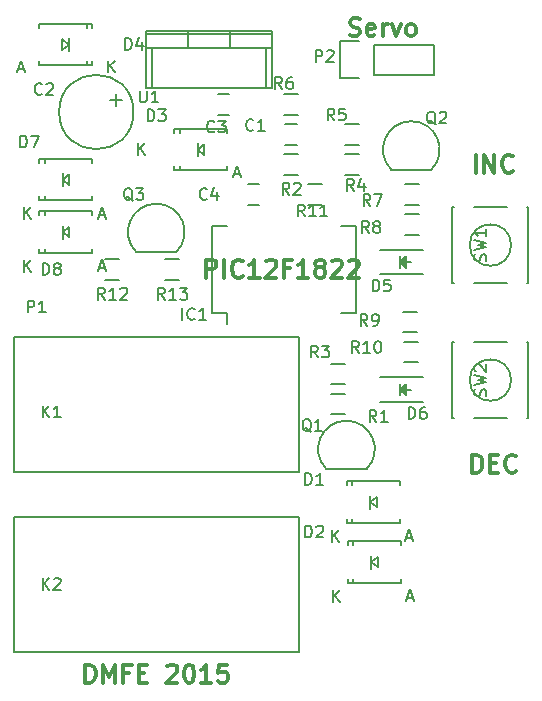
<source format=gto>
G04 #@! TF.FileFunction,Legend,Top*
%FSLAX46Y46*%
G04 Gerber Fmt 4.6, Leading zero omitted, Abs format (unit mm)*
G04 Created by KiCad (PCBNEW (2015-10-14 BZR 6269)-product) date Thursday, October 15, 2015 'PMt' 05:26:15 PM*
%MOMM*%
G01*
G04 APERTURE LIST*
%ADD10C,0.100000*%
%ADD11C,0.300000*%
%ADD12C,0.150000*%
G04 APERTURE END LIST*
D10*
D11*
X133231286Y-50645143D02*
X133445572Y-50716571D01*
X133802715Y-50716571D01*
X133945572Y-50645143D01*
X134017001Y-50573714D01*
X134088429Y-50430857D01*
X134088429Y-50288000D01*
X134017001Y-50145143D01*
X133945572Y-50073714D01*
X133802715Y-50002286D01*
X133517001Y-49930857D01*
X133374143Y-49859429D01*
X133302715Y-49788000D01*
X133231286Y-49645143D01*
X133231286Y-49502286D01*
X133302715Y-49359429D01*
X133374143Y-49288000D01*
X133517001Y-49216571D01*
X133874143Y-49216571D01*
X134088429Y-49288000D01*
X135302714Y-50645143D02*
X135159857Y-50716571D01*
X134874143Y-50716571D01*
X134731286Y-50645143D01*
X134659857Y-50502286D01*
X134659857Y-49930857D01*
X134731286Y-49788000D01*
X134874143Y-49716571D01*
X135159857Y-49716571D01*
X135302714Y-49788000D01*
X135374143Y-49930857D01*
X135374143Y-50073714D01*
X134659857Y-50216571D01*
X136017000Y-50716571D02*
X136017000Y-49716571D01*
X136017000Y-50002286D02*
X136088428Y-49859429D01*
X136159857Y-49788000D01*
X136302714Y-49716571D01*
X136445571Y-49716571D01*
X136802714Y-49716571D02*
X137159857Y-50716571D01*
X137516999Y-49716571D01*
X138302714Y-50716571D02*
X138159856Y-50645143D01*
X138088428Y-50573714D01*
X138016999Y-50430857D01*
X138016999Y-50002286D01*
X138088428Y-49859429D01*
X138159856Y-49788000D01*
X138302714Y-49716571D01*
X138516999Y-49716571D01*
X138659856Y-49788000D01*
X138731285Y-49859429D01*
X138802714Y-50002286D01*
X138802714Y-50430857D01*
X138731285Y-50573714D01*
X138659856Y-50645143D01*
X138516999Y-50716571D01*
X138302714Y-50716571D01*
X121079430Y-71163571D02*
X121079430Y-69663571D01*
X121650858Y-69663571D01*
X121793716Y-69735000D01*
X121865144Y-69806429D01*
X121936573Y-69949286D01*
X121936573Y-70163571D01*
X121865144Y-70306429D01*
X121793716Y-70377857D01*
X121650858Y-70449286D01*
X121079430Y-70449286D01*
X122579430Y-71163571D02*
X122579430Y-69663571D01*
X124150859Y-71020714D02*
X124079430Y-71092143D01*
X123865144Y-71163571D01*
X123722287Y-71163571D01*
X123508002Y-71092143D01*
X123365144Y-70949286D01*
X123293716Y-70806429D01*
X123222287Y-70520714D01*
X123222287Y-70306429D01*
X123293716Y-70020714D01*
X123365144Y-69877857D01*
X123508002Y-69735000D01*
X123722287Y-69663571D01*
X123865144Y-69663571D01*
X124079430Y-69735000D01*
X124150859Y-69806429D01*
X125579430Y-71163571D02*
X124722287Y-71163571D01*
X125150859Y-71163571D02*
X125150859Y-69663571D01*
X125008002Y-69877857D01*
X124865144Y-70020714D01*
X124722287Y-70092143D01*
X126150858Y-69806429D02*
X126222287Y-69735000D01*
X126365144Y-69663571D01*
X126722287Y-69663571D01*
X126865144Y-69735000D01*
X126936573Y-69806429D01*
X127008001Y-69949286D01*
X127008001Y-70092143D01*
X126936573Y-70306429D01*
X126079430Y-71163571D01*
X127008001Y-71163571D01*
X128150858Y-70377857D02*
X127650858Y-70377857D01*
X127650858Y-71163571D02*
X127650858Y-69663571D01*
X128365144Y-69663571D01*
X129722286Y-71163571D02*
X128865143Y-71163571D01*
X129293715Y-71163571D02*
X129293715Y-69663571D01*
X129150858Y-69877857D01*
X129008000Y-70020714D01*
X128865143Y-70092143D01*
X130579429Y-70306429D02*
X130436571Y-70235000D01*
X130365143Y-70163571D01*
X130293714Y-70020714D01*
X130293714Y-69949286D01*
X130365143Y-69806429D01*
X130436571Y-69735000D01*
X130579429Y-69663571D01*
X130865143Y-69663571D01*
X131008000Y-69735000D01*
X131079429Y-69806429D01*
X131150857Y-69949286D01*
X131150857Y-70020714D01*
X131079429Y-70163571D01*
X131008000Y-70235000D01*
X130865143Y-70306429D01*
X130579429Y-70306429D01*
X130436571Y-70377857D01*
X130365143Y-70449286D01*
X130293714Y-70592143D01*
X130293714Y-70877857D01*
X130365143Y-71020714D01*
X130436571Y-71092143D01*
X130579429Y-71163571D01*
X130865143Y-71163571D01*
X131008000Y-71092143D01*
X131079429Y-71020714D01*
X131150857Y-70877857D01*
X131150857Y-70592143D01*
X131079429Y-70449286D01*
X131008000Y-70377857D01*
X130865143Y-70306429D01*
X131722285Y-69806429D02*
X131793714Y-69735000D01*
X131936571Y-69663571D01*
X132293714Y-69663571D01*
X132436571Y-69735000D01*
X132508000Y-69806429D01*
X132579428Y-69949286D01*
X132579428Y-70092143D01*
X132508000Y-70306429D01*
X131650857Y-71163571D01*
X132579428Y-71163571D01*
X133150856Y-69806429D02*
X133222285Y-69735000D01*
X133365142Y-69663571D01*
X133722285Y-69663571D01*
X133865142Y-69735000D01*
X133936571Y-69806429D01*
X134007999Y-69949286D01*
X134007999Y-70092143D01*
X133936571Y-70306429D01*
X133079428Y-71163571D01*
X134007999Y-71163571D01*
X143593572Y-87673571D02*
X143593572Y-86173571D01*
X143950715Y-86173571D01*
X144165000Y-86245000D01*
X144307858Y-86387857D01*
X144379286Y-86530714D01*
X144450715Y-86816429D01*
X144450715Y-87030714D01*
X144379286Y-87316429D01*
X144307858Y-87459286D01*
X144165000Y-87602143D01*
X143950715Y-87673571D01*
X143593572Y-87673571D01*
X145093572Y-86887857D02*
X145593572Y-86887857D01*
X145807858Y-87673571D02*
X145093572Y-87673571D01*
X145093572Y-86173571D01*
X145807858Y-86173571D01*
X147307858Y-87530714D02*
X147236429Y-87602143D01*
X147022143Y-87673571D01*
X146879286Y-87673571D01*
X146665001Y-87602143D01*
X146522143Y-87459286D01*
X146450715Y-87316429D01*
X146379286Y-87030714D01*
X146379286Y-86816429D01*
X146450715Y-86530714D01*
X146522143Y-86387857D01*
X146665001Y-86245000D01*
X146879286Y-86173571D01*
X147022143Y-86173571D01*
X147236429Y-86245000D01*
X147307858Y-86316429D01*
X143879286Y-62273571D02*
X143879286Y-60773571D01*
X144593572Y-62273571D02*
X144593572Y-60773571D01*
X145450715Y-62273571D01*
X145450715Y-60773571D01*
X147022144Y-62130714D02*
X146950715Y-62202143D01*
X146736429Y-62273571D01*
X146593572Y-62273571D01*
X146379287Y-62202143D01*
X146236429Y-62059286D01*
X146165001Y-61916429D01*
X146093572Y-61630714D01*
X146093572Y-61416429D01*
X146165001Y-61130714D01*
X146236429Y-60987857D01*
X146379287Y-60845000D01*
X146593572Y-60773571D01*
X146736429Y-60773571D01*
X146950715Y-60845000D01*
X147022144Y-60916429D01*
X110840001Y-105453571D02*
X110840001Y-103953571D01*
X111197144Y-103953571D01*
X111411429Y-104025000D01*
X111554287Y-104167857D01*
X111625715Y-104310714D01*
X111697144Y-104596429D01*
X111697144Y-104810714D01*
X111625715Y-105096429D01*
X111554287Y-105239286D01*
X111411429Y-105382143D01*
X111197144Y-105453571D01*
X110840001Y-105453571D01*
X112340001Y-105453571D02*
X112340001Y-103953571D01*
X112840001Y-105025000D01*
X113340001Y-103953571D01*
X113340001Y-105453571D01*
X114554287Y-104667857D02*
X114054287Y-104667857D01*
X114054287Y-105453571D02*
X114054287Y-103953571D01*
X114768573Y-103953571D01*
X115340001Y-104667857D02*
X115840001Y-104667857D01*
X116054287Y-105453571D02*
X115340001Y-105453571D01*
X115340001Y-103953571D01*
X116054287Y-103953571D01*
X117768572Y-104096429D02*
X117840001Y-104025000D01*
X117982858Y-103953571D01*
X118340001Y-103953571D01*
X118482858Y-104025000D01*
X118554287Y-104096429D01*
X118625715Y-104239286D01*
X118625715Y-104382143D01*
X118554287Y-104596429D01*
X117697144Y-105453571D01*
X118625715Y-105453571D01*
X119554286Y-103953571D02*
X119697143Y-103953571D01*
X119840000Y-104025000D01*
X119911429Y-104096429D01*
X119982858Y-104239286D01*
X120054286Y-104525000D01*
X120054286Y-104882143D01*
X119982858Y-105167857D01*
X119911429Y-105310714D01*
X119840000Y-105382143D01*
X119697143Y-105453571D01*
X119554286Y-105453571D01*
X119411429Y-105382143D01*
X119340000Y-105310714D01*
X119268572Y-105167857D01*
X119197143Y-104882143D01*
X119197143Y-104525000D01*
X119268572Y-104239286D01*
X119340000Y-104096429D01*
X119411429Y-104025000D01*
X119554286Y-103953571D01*
X121482857Y-105453571D02*
X120625714Y-105453571D01*
X121054286Y-105453571D02*
X121054286Y-103953571D01*
X120911429Y-104167857D01*
X120768571Y-104310714D01*
X120625714Y-104382143D01*
X122840000Y-103953571D02*
X122125714Y-103953571D01*
X122054285Y-104667857D01*
X122125714Y-104596429D01*
X122268571Y-104525000D01*
X122625714Y-104525000D01*
X122768571Y-104596429D01*
X122840000Y-104667857D01*
X122911428Y-104810714D01*
X122911428Y-105167857D01*
X122840000Y-105310714D01*
X122768571Y-105382143D01*
X122625714Y-105453571D01*
X122268571Y-105453571D01*
X122125714Y-105382143D01*
X122054285Y-105310714D01*
D12*
X104775000Y-87630000D02*
X104775000Y-76200000D01*
X128905000Y-87630000D02*
X104775000Y-87630000D01*
X128905000Y-76200000D02*
X128905000Y-87630000D01*
X104775000Y-76200000D02*
X128905000Y-76200000D01*
X104775000Y-102870000D02*
X104775000Y-91440000D01*
X128905000Y-102870000D02*
X104775000Y-102870000D01*
X128905000Y-91440000D02*
X128905000Y-102870000D01*
X104775000Y-91440000D02*
X128905000Y-91440000D01*
X127770000Y-59905000D02*
X128770000Y-59905000D01*
X128770000Y-58205000D02*
X127770000Y-58205000D01*
X113459260Y-56149240D02*
X113459260Y-56649620D01*
X113459260Y-56149240D02*
X113959640Y-56149240D01*
X113459260Y-55648860D02*
X113459260Y-56149240D01*
X113459260Y-56149240D02*
X113060480Y-56149240D01*
X113060480Y-56149240D02*
X112958880Y-56149240D01*
X114909600Y-57150000D02*
G75*
G03X114909600Y-57150000I-3149600J0D01*
G01*
X122035000Y-57365000D02*
X123035000Y-57365000D01*
X123035000Y-55665000D02*
X122035000Y-55665000D01*
X124575000Y-64985000D02*
X125575000Y-64985000D01*
X125575000Y-63285000D02*
X124575000Y-63285000D01*
X134964360Y-90170000D02*
X135514360Y-89720000D01*
X135514360Y-89720000D02*
X135514360Y-90620000D01*
X135514360Y-90620000D02*
X134964360Y-90170000D01*
X134964360Y-89620000D02*
X134964360Y-90720000D01*
X133415220Y-91920060D02*
X133415220Y-91569540D01*
X133415220Y-88419940D02*
X133415220Y-88770460D01*
X137464800Y-91920060D02*
X137464800Y-91569540D01*
X132963920Y-91920060D02*
X132963920Y-91569540D01*
X132963920Y-88419940D02*
X132963920Y-88770460D01*
X137464800Y-88419940D02*
X137464800Y-88770460D01*
X132963920Y-91920060D02*
X137464800Y-91920060D01*
X132963920Y-88419940D02*
X137464800Y-88419940D01*
X135045640Y-95250000D02*
X135595640Y-94800000D01*
X135595640Y-94800000D02*
X135595640Y-95700000D01*
X135595640Y-95700000D02*
X135045640Y-95250000D01*
X135045640Y-94700000D02*
X135045640Y-95800000D01*
X133496500Y-97000060D02*
X133496500Y-96649540D01*
X133496500Y-93499940D02*
X133496500Y-93850460D01*
X137546080Y-97000060D02*
X137546080Y-96649540D01*
X133045200Y-97000060D02*
X133045200Y-96649540D01*
X133045200Y-93499940D02*
X133045200Y-93850460D01*
X137546080Y-93499940D02*
X137546080Y-93850460D01*
X133045200Y-97000060D02*
X137546080Y-97000060D01*
X133045200Y-93499940D02*
X137546080Y-93499940D01*
X120359360Y-60325000D02*
X120909360Y-59875000D01*
X120909360Y-59875000D02*
X120909360Y-60775000D01*
X120909360Y-60775000D02*
X120359360Y-60325000D01*
X120359360Y-59775000D02*
X120359360Y-60875000D01*
X118810220Y-62075060D02*
X118810220Y-61724540D01*
X118810220Y-58574940D02*
X118810220Y-58925460D01*
X122859800Y-62075060D02*
X122859800Y-61724540D01*
X118358920Y-62075060D02*
X118358920Y-61724540D01*
X118358920Y-58574940D02*
X118358920Y-58925460D01*
X122859800Y-58574940D02*
X122859800Y-58925460D01*
X118358920Y-62075060D02*
X122859800Y-62075060D01*
X118358920Y-58574940D02*
X122859800Y-58574940D01*
X109429360Y-51435000D02*
X108879360Y-51885000D01*
X108879360Y-51885000D02*
X108879360Y-50985000D01*
X108879360Y-50985000D02*
X109429360Y-51435000D01*
X109429360Y-51985000D02*
X109429360Y-50885000D01*
X110978500Y-49684940D02*
X110978500Y-50035460D01*
X110978500Y-53185060D02*
X110978500Y-52834540D01*
X106928920Y-49684940D02*
X106928920Y-50035460D01*
X111429800Y-49684940D02*
X111429800Y-50035460D01*
X111429800Y-53185060D02*
X111429800Y-52834540D01*
X106928920Y-53185060D02*
X106928920Y-52834540D01*
X111429800Y-49684940D02*
X106928920Y-49684940D01*
X111429800Y-53185060D02*
X106928920Y-53185060D01*
X135794860Y-70900000D02*
X139394860Y-70900000D01*
X135794860Y-68800000D02*
X139394860Y-68800000D01*
X137844860Y-69550000D02*
X137844860Y-70150000D01*
X137844860Y-70150000D02*
X137544860Y-69850000D01*
X137544860Y-69850000D02*
X137744860Y-69650000D01*
X137744860Y-69650000D02*
X137744860Y-69900000D01*
X137744860Y-69900000D02*
X137694860Y-69850000D01*
X137444860Y-69350000D02*
X137444860Y-70350000D01*
X137944860Y-69850000D02*
X138444860Y-69850000D01*
X137444860Y-69850000D02*
X137944860Y-69350000D01*
X137944860Y-69350000D02*
X137944860Y-70350000D01*
X137944860Y-70350000D02*
X137444860Y-69850000D01*
X135794860Y-81695000D02*
X139394860Y-81695000D01*
X135794860Y-79595000D02*
X139394860Y-79595000D01*
X137844860Y-80345000D02*
X137844860Y-80945000D01*
X137844860Y-80945000D02*
X137544860Y-80645000D01*
X137544860Y-80645000D02*
X137744860Y-80445000D01*
X137744860Y-80445000D02*
X137744860Y-80695000D01*
X137744860Y-80695000D02*
X137694860Y-80645000D01*
X137444860Y-80145000D02*
X137444860Y-81145000D01*
X137944860Y-80645000D02*
X138444860Y-80645000D01*
X137444860Y-80645000D02*
X137944860Y-80145000D01*
X137944860Y-80145000D02*
X137944860Y-81145000D01*
X137944860Y-81145000D02*
X137444860Y-80645000D01*
X108929360Y-62865000D02*
X109479360Y-62415000D01*
X109479360Y-62415000D02*
X109479360Y-63315000D01*
X109479360Y-63315000D02*
X108929360Y-62865000D01*
X108929360Y-62315000D02*
X108929360Y-63415000D01*
X107380220Y-64615060D02*
X107380220Y-64264540D01*
X107380220Y-61114940D02*
X107380220Y-61465460D01*
X111429800Y-64615060D02*
X111429800Y-64264540D01*
X106928920Y-64615060D02*
X106928920Y-64264540D01*
X106928920Y-61114940D02*
X106928920Y-61465460D01*
X111429800Y-61114940D02*
X111429800Y-61465460D01*
X106928920Y-64615060D02*
X111429800Y-64615060D01*
X106928920Y-61114940D02*
X111429800Y-61114940D01*
X108929360Y-67310000D02*
X109479360Y-66860000D01*
X109479360Y-66860000D02*
X109479360Y-67760000D01*
X109479360Y-67760000D02*
X108929360Y-67310000D01*
X108929360Y-66760000D02*
X108929360Y-67860000D01*
X107380220Y-69060060D02*
X107380220Y-68709540D01*
X107380220Y-65559940D02*
X107380220Y-65910460D01*
X111429800Y-69060060D02*
X111429800Y-68709540D01*
X106928920Y-69060060D02*
X106928920Y-68709540D01*
X106928920Y-65559940D02*
X106928920Y-65910460D01*
X111429800Y-65559940D02*
X111429800Y-65910460D01*
X106928920Y-69060060D02*
X111429800Y-69060060D01*
X106928920Y-65559940D02*
X111429800Y-65559940D01*
X121530000Y-74160000D02*
X122800000Y-74160000D01*
X121530000Y-66810000D02*
X122800000Y-66810000D01*
X133740000Y-66810000D02*
X132470000Y-66810000D01*
X133740000Y-74160000D02*
X132470000Y-74160000D01*
X121530000Y-74160000D02*
X121530000Y-66810000D01*
X133740000Y-74160000D02*
X133740000Y-66810000D01*
X122800000Y-74160000D02*
X122800000Y-75095000D01*
X135255000Y-53975000D02*
X140335000Y-53975000D01*
X140335000Y-53975000D02*
X140335000Y-51435000D01*
X140335000Y-51435000D02*
X135255000Y-51435000D01*
X132435000Y-51155000D02*
X133985000Y-51155000D01*
X135255000Y-51435000D02*
X135255000Y-53975000D01*
X133985000Y-54255000D02*
X132435000Y-54255000D01*
X132435000Y-54255000D02*
X132435000Y-51155000D01*
X131237555Y-87382351D02*
X134637555Y-87382351D01*
X131240499Y-87379407D02*
G75*
G02X132937555Y-83282351I1697056J1697056D01*
G01*
X134634611Y-87379407D02*
G75*
G03X132937555Y-83282351I-1697056J1697056D01*
G01*
X136730000Y-62025000D02*
X140130000Y-62025000D01*
X136732944Y-62022056D02*
G75*
G02X138430000Y-57925000I1697056J1697056D01*
G01*
X140127056Y-62022056D02*
G75*
G03X138430000Y-57925000I-1697056J1697056D01*
G01*
X115140000Y-69010000D02*
X118540000Y-69010000D01*
X115142944Y-69007056D02*
G75*
G02X116840000Y-64910000I1697056J1697056D01*
G01*
X118537056Y-69007056D02*
G75*
G03X116840000Y-64910000I-1697056J1697056D01*
G01*
X131622555Y-80997351D02*
X132822555Y-80997351D01*
X132822555Y-82747351D02*
X131622555Y-82747351D01*
X127670000Y-60720000D02*
X128870000Y-60720000D01*
X128870000Y-62470000D02*
X127670000Y-62470000D01*
X132822555Y-80207351D02*
X131622555Y-80207351D01*
X131622555Y-78457351D02*
X132822555Y-78457351D01*
X132830000Y-60720000D02*
X134030000Y-60720000D01*
X134030000Y-62470000D02*
X132830000Y-62470000D01*
X134030000Y-59930000D02*
X132830000Y-59930000D01*
X132830000Y-58180000D02*
X134030000Y-58180000D01*
X128870000Y-57390000D02*
X127670000Y-57390000D01*
X127670000Y-55640000D02*
X128870000Y-55640000D01*
X139110000Y-65010000D02*
X137910000Y-65010000D01*
X137910000Y-63260000D02*
X139110000Y-63260000D01*
X139110000Y-67550000D02*
X137910000Y-67550000D01*
X137910000Y-65800000D02*
X139110000Y-65800000D01*
X138950000Y-75805000D02*
X137750000Y-75805000D01*
X137750000Y-74055000D02*
X138950000Y-74055000D01*
X139030000Y-78345000D02*
X137830000Y-78345000D01*
X137830000Y-76595000D02*
X139030000Y-76595000D01*
X129655000Y-63260000D02*
X130855000Y-63260000D01*
X130855000Y-65010000D02*
X129655000Y-65010000D01*
X112510000Y-69610000D02*
X113710000Y-69610000D01*
X113710000Y-71360000D02*
X112510000Y-71360000D01*
X117590000Y-69610000D02*
X118790000Y-69610000D01*
X118790000Y-71360000D02*
X117590000Y-71360000D01*
X146875714Y-68415000D02*
G75*
G03X146875714Y-68415000I-1750714J0D01*
G01*
X141900000Y-65190000D02*
X142025000Y-65190000D01*
X148350000Y-65190000D02*
X148225000Y-65190000D01*
X148350000Y-71640000D02*
X148225000Y-71640000D01*
X142025000Y-71640000D02*
X141900000Y-71640000D01*
X143725000Y-65190000D02*
X146525000Y-65190000D01*
X141900000Y-71640000D02*
X141900000Y-65190000D01*
X143725000Y-71640000D02*
X146525000Y-71640000D01*
X148350000Y-71640000D02*
X148350000Y-65190000D01*
X146875714Y-79845000D02*
G75*
G03X146875714Y-79845000I-1750714J0D01*
G01*
X141900000Y-76620000D02*
X142025000Y-76620000D01*
X148350000Y-76620000D02*
X148225000Y-76620000D01*
X148350000Y-83070000D02*
X148225000Y-83070000D01*
X142025000Y-83070000D02*
X141900000Y-83070000D01*
X143725000Y-76620000D02*
X146525000Y-76620000D01*
X141900000Y-83070000D02*
X141900000Y-76620000D01*
X143725000Y-83070000D02*
X146525000Y-83070000D01*
X148350000Y-83070000D02*
X148350000Y-76620000D01*
X126111000Y-51689000D02*
X126111000Y-55118000D01*
X116459000Y-51689000D02*
X116459000Y-55118000D01*
X126619000Y-50546000D02*
X115951000Y-50546000D01*
X123063000Y-51562000D02*
X123063000Y-50292000D01*
X119507000Y-51562000D02*
X119507000Y-50292000D01*
X115951000Y-51689000D02*
X126619000Y-51689000D01*
X126619000Y-55118000D02*
X115951000Y-55118000D01*
X115951000Y-50292000D02*
X115951000Y-55118000D01*
X126619000Y-50292000D02*
X126619000Y-55118000D01*
X126619000Y-50292000D02*
X115951000Y-50292000D01*
X107211905Y-83002381D02*
X107211905Y-82002381D01*
X107783334Y-83002381D02*
X107354762Y-82430952D01*
X107783334Y-82002381D02*
X107211905Y-82573810D01*
X108735715Y-83002381D02*
X108164286Y-83002381D01*
X108450000Y-83002381D02*
X108450000Y-82002381D01*
X108354762Y-82145238D01*
X108259524Y-82240476D01*
X108164286Y-82288095D01*
X107211905Y-97607381D02*
X107211905Y-96607381D01*
X107783334Y-97607381D02*
X107354762Y-97035952D01*
X107783334Y-96607381D02*
X107211905Y-97178810D01*
X108164286Y-96702619D02*
X108211905Y-96655000D01*
X108307143Y-96607381D01*
X108545239Y-96607381D01*
X108640477Y-96655000D01*
X108688096Y-96702619D01*
X108735715Y-96797857D01*
X108735715Y-96893095D01*
X108688096Y-97035952D01*
X108116667Y-97607381D01*
X108735715Y-97607381D01*
X105941905Y-74112381D02*
X105941905Y-73112381D01*
X106322858Y-73112381D01*
X106418096Y-73160000D01*
X106465715Y-73207619D01*
X106513334Y-73302857D01*
X106513334Y-73445714D01*
X106465715Y-73540952D01*
X106418096Y-73588571D01*
X106322858Y-73636190D01*
X105941905Y-73636190D01*
X107465715Y-74112381D02*
X106894286Y-74112381D01*
X107180000Y-74112381D02*
X107180000Y-73112381D01*
X107084762Y-73255238D01*
X106989524Y-73350476D01*
X106894286Y-73398095D01*
X125055334Y-58650143D02*
X125007715Y-58697762D01*
X124864858Y-58745381D01*
X124769620Y-58745381D01*
X124626762Y-58697762D01*
X124531524Y-58602524D01*
X124483905Y-58507286D01*
X124436286Y-58316810D01*
X124436286Y-58173952D01*
X124483905Y-57983476D01*
X124531524Y-57888238D01*
X124626762Y-57793000D01*
X124769620Y-57745381D01*
X124864858Y-57745381D01*
X125007715Y-57793000D01*
X125055334Y-57840619D01*
X126007715Y-58745381D02*
X125436286Y-58745381D01*
X125722000Y-58745381D02*
X125722000Y-57745381D01*
X125626762Y-57888238D01*
X125531524Y-57983476D01*
X125436286Y-58031095D01*
X107148334Y-55602143D02*
X107100715Y-55649762D01*
X106957858Y-55697381D01*
X106862620Y-55697381D01*
X106719762Y-55649762D01*
X106624524Y-55554524D01*
X106576905Y-55459286D01*
X106529286Y-55268810D01*
X106529286Y-55125952D01*
X106576905Y-54935476D01*
X106624524Y-54840238D01*
X106719762Y-54745000D01*
X106862620Y-54697381D01*
X106957858Y-54697381D01*
X107100715Y-54745000D01*
X107148334Y-54792619D01*
X107529286Y-54792619D02*
X107576905Y-54745000D01*
X107672143Y-54697381D01*
X107910239Y-54697381D01*
X108005477Y-54745000D01*
X108053096Y-54792619D01*
X108100715Y-54887857D01*
X108100715Y-54983095D01*
X108053096Y-55125952D01*
X107481667Y-55697381D01*
X108100715Y-55697381D01*
X121753334Y-58777143D02*
X121705715Y-58824762D01*
X121562858Y-58872381D01*
X121467620Y-58872381D01*
X121324762Y-58824762D01*
X121229524Y-58729524D01*
X121181905Y-58634286D01*
X121134286Y-58443810D01*
X121134286Y-58300952D01*
X121181905Y-58110476D01*
X121229524Y-58015238D01*
X121324762Y-57920000D01*
X121467620Y-57872381D01*
X121562858Y-57872381D01*
X121705715Y-57920000D01*
X121753334Y-57967619D01*
X122086667Y-57872381D02*
X122705715Y-57872381D01*
X122372381Y-58253333D01*
X122515239Y-58253333D01*
X122610477Y-58300952D01*
X122658096Y-58348571D01*
X122705715Y-58443810D01*
X122705715Y-58681905D01*
X122658096Y-58777143D01*
X122610477Y-58824762D01*
X122515239Y-58872381D01*
X122229524Y-58872381D01*
X122134286Y-58824762D01*
X122086667Y-58777143D01*
X121118334Y-64492143D02*
X121070715Y-64539762D01*
X120927858Y-64587381D01*
X120832620Y-64587381D01*
X120689762Y-64539762D01*
X120594524Y-64444524D01*
X120546905Y-64349286D01*
X120499286Y-64158810D01*
X120499286Y-64015952D01*
X120546905Y-63825476D01*
X120594524Y-63730238D01*
X120689762Y-63635000D01*
X120832620Y-63587381D01*
X120927858Y-63587381D01*
X121070715Y-63635000D01*
X121118334Y-63682619D01*
X121975477Y-63920714D02*
X121975477Y-64587381D01*
X121737381Y-63539762D02*
X121499286Y-64254048D01*
X122118334Y-64254048D01*
X129436905Y-88717381D02*
X129436905Y-87717381D01*
X129675000Y-87717381D01*
X129817858Y-87765000D01*
X129913096Y-87860238D01*
X129960715Y-87955476D01*
X130008334Y-88145952D01*
X130008334Y-88288810D01*
X129960715Y-88479286D01*
X129913096Y-88574524D01*
X129817858Y-88669762D01*
X129675000Y-88717381D01*
X129436905Y-88717381D01*
X130960715Y-88717381D02*
X130389286Y-88717381D01*
X130675000Y-88717381D02*
X130675000Y-87717381D01*
X130579762Y-87860238D01*
X130484524Y-87955476D01*
X130389286Y-88003095D01*
X131702455Y-93522381D02*
X131702455Y-92522381D01*
X132273884Y-93522381D02*
X131845312Y-92950952D01*
X132273884Y-92522381D02*
X131702455Y-93093810D01*
X138026265Y-93186667D02*
X138502456Y-93186667D01*
X137931027Y-93472381D02*
X138264360Y-92472381D01*
X138597694Y-93472381D01*
X129436905Y-93162381D02*
X129436905Y-92162381D01*
X129675000Y-92162381D01*
X129817858Y-92210000D01*
X129913096Y-92305238D01*
X129960715Y-92400476D01*
X130008334Y-92590952D01*
X130008334Y-92733810D01*
X129960715Y-92924286D01*
X129913096Y-93019524D01*
X129817858Y-93114762D01*
X129675000Y-93162381D01*
X129436905Y-93162381D01*
X130389286Y-92257619D02*
X130436905Y-92210000D01*
X130532143Y-92162381D01*
X130770239Y-92162381D01*
X130865477Y-92210000D01*
X130913096Y-92257619D01*
X130960715Y-92352857D01*
X130960715Y-92448095D01*
X130913096Y-92590952D01*
X130341667Y-93162381D01*
X130960715Y-93162381D01*
X131783735Y-98602381D02*
X131783735Y-97602381D01*
X132355164Y-98602381D02*
X131926592Y-98030952D01*
X132355164Y-97602381D02*
X131783735Y-98173810D01*
X138107545Y-98266667D02*
X138583736Y-98266667D01*
X138012307Y-98552381D02*
X138345640Y-97552381D01*
X138678974Y-98552381D01*
X116101905Y-57927381D02*
X116101905Y-56927381D01*
X116340000Y-56927381D01*
X116482858Y-56975000D01*
X116578096Y-57070238D01*
X116625715Y-57165476D01*
X116673334Y-57355952D01*
X116673334Y-57498810D01*
X116625715Y-57689286D01*
X116578096Y-57784524D01*
X116482858Y-57879762D01*
X116340000Y-57927381D01*
X116101905Y-57927381D01*
X117006667Y-56927381D02*
X117625715Y-56927381D01*
X117292381Y-57308333D01*
X117435239Y-57308333D01*
X117530477Y-57355952D01*
X117578096Y-57403571D01*
X117625715Y-57498810D01*
X117625715Y-57736905D01*
X117578096Y-57832143D01*
X117530477Y-57879762D01*
X117435239Y-57927381D01*
X117149524Y-57927381D01*
X117054286Y-57879762D01*
X117006667Y-57832143D01*
X115308095Y-60777381D02*
X115308095Y-59777381D01*
X115879524Y-60777381D02*
X115450952Y-60205952D01*
X115879524Y-59777381D02*
X115308095Y-60348810D01*
X123421265Y-62396667D02*
X123897456Y-62396667D01*
X123326027Y-62682381D02*
X123659360Y-61682381D01*
X123992694Y-62682381D01*
X114196905Y-51887381D02*
X114196905Y-50887381D01*
X114435000Y-50887381D01*
X114577858Y-50935000D01*
X114673096Y-51030238D01*
X114720715Y-51125476D01*
X114768334Y-51315952D01*
X114768334Y-51458810D01*
X114720715Y-51649286D01*
X114673096Y-51744524D01*
X114577858Y-51839762D01*
X114435000Y-51887381D01*
X114196905Y-51887381D01*
X115625477Y-51220714D02*
X115625477Y-51887381D01*
X115387381Y-50839762D02*
X115149286Y-51554048D01*
X115768334Y-51554048D01*
X112768095Y-53792381D02*
X112768095Y-52792381D01*
X113339524Y-53792381D02*
X112910952Y-53220952D01*
X113339524Y-52792381D02*
X112768095Y-53363810D01*
X105171905Y-53506667D02*
X105648096Y-53506667D01*
X105076667Y-53792381D02*
X105410000Y-52792381D01*
X105743334Y-53792381D01*
X135151905Y-72334381D02*
X135151905Y-71334381D01*
X135390000Y-71334381D01*
X135532858Y-71382000D01*
X135628096Y-71477238D01*
X135675715Y-71572476D01*
X135723334Y-71762952D01*
X135723334Y-71905810D01*
X135675715Y-72096286D01*
X135628096Y-72191524D01*
X135532858Y-72286762D01*
X135390000Y-72334381D01*
X135151905Y-72334381D01*
X136628096Y-71334381D02*
X136151905Y-71334381D01*
X136104286Y-71810571D01*
X136151905Y-71762952D01*
X136247143Y-71715333D01*
X136485239Y-71715333D01*
X136580477Y-71762952D01*
X136628096Y-71810571D01*
X136675715Y-71905810D01*
X136675715Y-72143905D01*
X136628096Y-72239143D01*
X136580477Y-72286762D01*
X136485239Y-72334381D01*
X136247143Y-72334381D01*
X136151905Y-72286762D01*
X136104286Y-72239143D01*
X138199905Y-83129381D02*
X138199905Y-82129381D01*
X138438000Y-82129381D01*
X138580858Y-82177000D01*
X138676096Y-82272238D01*
X138723715Y-82367476D01*
X138771334Y-82557952D01*
X138771334Y-82700810D01*
X138723715Y-82891286D01*
X138676096Y-82986524D01*
X138580858Y-83081762D01*
X138438000Y-83129381D01*
X138199905Y-83129381D01*
X139628477Y-82129381D02*
X139438000Y-82129381D01*
X139342762Y-82177000D01*
X139295143Y-82224619D01*
X139199905Y-82367476D01*
X139152286Y-82557952D01*
X139152286Y-82938905D01*
X139199905Y-83034143D01*
X139247524Y-83081762D01*
X139342762Y-83129381D01*
X139533239Y-83129381D01*
X139628477Y-83081762D01*
X139676096Y-83034143D01*
X139723715Y-82938905D01*
X139723715Y-82700810D01*
X139676096Y-82605571D01*
X139628477Y-82557952D01*
X139533239Y-82510333D01*
X139342762Y-82510333D01*
X139247524Y-82557952D01*
X139199905Y-82605571D01*
X139152286Y-82700810D01*
X105306905Y-60142381D02*
X105306905Y-59142381D01*
X105545000Y-59142381D01*
X105687858Y-59190000D01*
X105783096Y-59285238D01*
X105830715Y-59380476D01*
X105878334Y-59570952D01*
X105878334Y-59713810D01*
X105830715Y-59904286D01*
X105783096Y-59999524D01*
X105687858Y-60094762D01*
X105545000Y-60142381D01*
X105306905Y-60142381D01*
X106211667Y-59142381D02*
X106878334Y-59142381D01*
X106449762Y-60142381D01*
X105667455Y-66217381D02*
X105667455Y-65217381D01*
X106238884Y-66217381D02*
X105810312Y-65645952D01*
X106238884Y-65217381D02*
X105667455Y-65788810D01*
X111991265Y-65881667D02*
X112467456Y-65881667D01*
X111896027Y-66167381D02*
X112229360Y-65167381D01*
X112562694Y-66167381D01*
X107211905Y-70937381D02*
X107211905Y-69937381D01*
X107450000Y-69937381D01*
X107592858Y-69985000D01*
X107688096Y-70080238D01*
X107735715Y-70175476D01*
X107783334Y-70365952D01*
X107783334Y-70508810D01*
X107735715Y-70699286D01*
X107688096Y-70794524D01*
X107592858Y-70889762D01*
X107450000Y-70937381D01*
X107211905Y-70937381D01*
X108354762Y-70365952D02*
X108259524Y-70318333D01*
X108211905Y-70270714D01*
X108164286Y-70175476D01*
X108164286Y-70127857D01*
X108211905Y-70032619D01*
X108259524Y-69985000D01*
X108354762Y-69937381D01*
X108545239Y-69937381D01*
X108640477Y-69985000D01*
X108688096Y-70032619D01*
X108735715Y-70127857D01*
X108735715Y-70175476D01*
X108688096Y-70270714D01*
X108640477Y-70318333D01*
X108545239Y-70365952D01*
X108354762Y-70365952D01*
X108259524Y-70413571D01*
X108211905Y-70461190D01*
X108164286Y-70556429D01*
X108164286Y-70746905D01*
X108211905Y-70842143D01*
X108259524Y-70889762D01*
X108354762Y-70937381D01*
X108545239Y-70937381D01*
X108640477Y-70889762D01*
X108688096Y-70842143D01*
X108735715Y-70746905D01*
X108735715Y-70556429D01*
X108688096Y-70461190D01*
X108640477Y-70413571D01*
X108545239Y-70365952D01*
X105667455Y-70662381D02*
X105667455Y-69662381D01*
X106238884Y-70662381D02*
X105810312Y-70090952D01*
X106238884Y-69662381D02*
X105667455Y-70233810D01*
X111991265Y-70326667D02*
X112467456Y-70326667D01*
X111896027Y-70612381D02*
X112229360Y-69612381D01*
X112562694Y-70612381D01*
X119038810Y-74747381D02*
X119038810Y-73747381D01*
X120086429Y-74652143D02*
X120038810Y-74699762D01*
X119895953Y-74747381D01*
X119800715Y-74747381D01*
X119657857Y-74699762D01*
X119562619Y-74604524D01*
X119515000Y-74509286D01*
X119467381Y-74318810D01*
X119467381Y-74175952D01*
X119515000Y-73985476D01*
X119562619Y-73890238D01*
X119657857Y-73795000D01*
X119800715Y-73747381D01*
X119895953Y-73747381D01*
X120038810Y-73795000D01*
X120086429Y-73842619D01*
X121038810Y-74747381D02*
X120467381Y-74747381D01*
X120753095Y-74747381D02*
X120753095Y-73747381D01*
X120657857Y-73890238D01*
X120562619Y-73985476D01*
X120467381Y-74033095D01*
X130325905Y-52903381D02*
X130325905Y-51903381D01*
X130706858Y-51903381D01*
X130802096Y-51951000D01*
X130849715Y-51998619D01*
X130897334Y-52093857D01*
X130897334Y-52236714D01*
X130849715Y-52331952D01*
X130802096Y-52379571D01*
X130706858Y-52427190D01*
X130325905Y-52427190D01*
X131278286Y-51998619D02*
X131325905Y-51951000D01*
X131421143Y-51903381D01*
X131659239Y-51903381D01*
X131754477Y-51951000D01*
X131802096Y-51998619D01*
X131849715Y-52093857D01*
X131849715Y-52189095D01*
X131802096Y-52331952D01*
X131230667Y-52903381D01*
X131849715Y-52903381D01*
X129952762Y-84240619D02*
X129857524Y-84193000D01*
X129762286Y-84097762D01*
X129619429Y-83954905D01*
X129524190Y-83907286D01*
X129428952Y-83907286D01*
X129476571Y-84145381D02*
X129381333Y-84097762D01*
X129286095Y-84002524D01*
X129238476Y-83812048D01*
X129238476Y-83478714D01*
X129286095Y-83288238D01*
X129381333Y-83193000D01*
X129476571Y-83145381D01*
X129667048Y-83145381D01*
X129762286Y-83193000D01*
X129857524Y-83288238D01*
X129905143Y-83478714D01*
X129905143Y-83812048D01*
X129857524Y-84002524D01*
X129762286Y-84097762D01*
X129667048Y-84145381D01*
X129476571Y-84145381D01*
X130857524Y-84145381D02*
X130286095Y-84145381D01*
X130571809Y-84145381D02*
X130571809Y-83145381D01*
X130476571Y-83288238D01*
X130381333Y-83383476D01*
X130286095Y-83431095D01*
X140493762Y-58205619D02*
X140398524Y-58158000D01*
X140303286Y-58062762D01*
X140160429Y-57919905D01*
X140065190Y-57872286D01*
X139969952Y-57872286D01*
X140017571Y-58110381D02*
X139922333Y-58062762D01*
X139827095Y-57967524D01*
X139779476Y-57777048D01*
X139779476Y-57443714D01*
X139827095Y-57253238D01*
X139922333Y-57158000D01*
X140017571Y-57110381D01*
X140208048Y-57110381D01*
X140303286Y-57158000D01*
X140398524Y-57253238D01*
X140446143Y-57443714D01*
X140446143Y-57777048D01*
X140398524Y-57967524D01*
X140303286Y-58062762D01*
X140208048Y-58110381D01*
X140017571Y-58110381D01*
X140827095Y-57205619D02*
X140874714Y-57158000D01*
X140969952Y-57110381D01*
X141208048Y-57110381D01*
X141303286Y-57158000D01*
X141350905Y-57205619D01*
X141398524Y-57300857D01*
X141398524Y-57396095D01*
X141350905Y-57538952D01*
X140779476Y-58110381D01*
X141398524Y-58110381D01*
X114839762Y-64682619D02*
X114744524Y-64635000D01*
X114649286Y-64539762D01*
X114506429Y-64396905D01*
X114411190Y-64349286D01*
X114315952Y-64349286D01*
X114363571Y-64587381D02*
X114268333Y-64539762D01*
X114173095Y-64444524D01*
X114125476Y-64254048D01*
X114125476Y-63920714D01*
X114173095Y-63730238D01*
X114268333Y-63635000D01*
X114363571Y-63587381D01*
X114554048Y-63587381D01*
X114649286Y-63635000D01*
X114744524Y-63730238D01*
X114792143Y-63920714D01*
X114792143Y-64254048D01*
X114744524Y-64444524D01*
X114649286Y-64539762D01*
X114554048Y-64587381D01*
X114363571Y-64587381D01*
X115125476Y-63587381D02*
X115744524Y-63587381D01*
X115411190Y-63968333D01*
X115554048Y-63968333D01*
X115649286Y-64015952D01*
X115696905Y-64063571D01*
X115744524Y-64158810D01*
X115744524Y-64396905D01*
X115696905Y-64492143D01*
X115649286Y-64539762D01*
X115554048Y-64587381D01*
X115268333Y-64587381D01*
X115173095Y-64539762D01*
X115125476Y-64492143D01*
X135469334Y-83383381D02*
X135136000Y-82907190D01*
X134897905Y-83383381D02*
X134897905Y-82383381D01*
X135278858Y-82383381D01*
X135374096Y-82431000D01*
X135421715Y-82478619D01*
X135469334Y-82573857D01*
X135469334Y-82716714D01*
X135421715Y-82811952D01*
X135374096Y-82859571D01*
X135278858Y-82907190D01*
X134897905Y-82907190D01*
X136421715Y-83383381D02*
X135850286Y-83383381D01*
X136136000Y-83383381D02*
X136136000Y-82383381D01*
X136040762Y-82526238D01*
X135945524Y-82621476D01*
X135850286Y-82669095D01*
X128103334Y-64147381D02*
X127770000Y-63671190D01*
X127531905Y-64147381D02*
X127531905Y-63147381D01*
X127912858Y-63147381D01*
X128008096Y-63195000D01*
X128055715Y-63242619D01*
X128103334Y-63337857D01*
X128103334Y-63480714D01*
X128055715Y-63575952D01*
X128008096Y-63623571D01*
X127912858Y-63671190D01*
X127531905Y-63671190D01*
X128484286Y-63242619D02*
X128531905Y-63195000D01*
X128627143Y-63147381D01*
X128865239Y-63147381D01*
X128960477Y-63195000D01*
X129008096Y-63242619D01*
X129055715Y-63337857D01*
X129055715Y-63433095D01*
X129008096Y-63575952D01*
X128436667Y-64147381D01*
X129055715Y-64147381D01*
X130516334Y-77922381D02*
X130183000Y-77446190D01*
X129944905Y-77922381D02*
X129944905Y-76922381D01*
X130325858Y-76922381D01*
X130421096Y-76970000D01*
X130468715Y-77017619D01*
X130516334Y-77112857D01*
X130516334Y-77255714D01*
X130468715Y-77350952D01*
X130421096Y-77398571D01*
X130325858Y-77446190D01*
X129944905Y-77446190D01*
X130849667Y-76922381D02*
X131468715Y-76922381D01*
X131135381Y-77303333D01*
X131278239Y-77303333D01*
X131373477Y-77350952D01*
X131421096Y-77398571D01*
X131468715Y-77493810D01*
X131468715Y-77731905D01*
X131421096Y-77827143D01*
X131373477Y-77874762D01*
X131278239Y-77922381D01*
X130992524Y-77922381D01*
X130897286Y-77874762D01*
X130849667Y-77827143D01*
X133564334Y-63825381D02*
X133231000Y-63349190D01*
X132992905Y-63825381D02*
X132992905Y-62825381D01*
X133373858Y-62825381D01*
X133469096Y-62873000D01*
X133516715Y-62920619D01*
X133564334Y-63015857D01*
X133564334Y-63158714D01*
X133516715Y-63253952D01*
X133469096Y-63301571D01*
X133373858Y-63349190D01*
X132992905Y-63349190D01*
X134421477Y-63158714D02*
X134421477Y-63825381D01*
X134183381Y-62777762D02*
X133945286Y-63492048D01*
X134564334Y-63492048D01*
X131913334Y-57856381D02*
X131580000Y-57380190D01*
X131341905Y-57856381D02*
X131341905Y-56856381D01*
X131722858Y-56856381D01*
X131818096Y-56904000D01*
X131865715Y-56951619D01*
X131913334Y-57046857D01*
X131913334Y-57189714D01*
X131865715Y-57284952D01*
X131818096Y-57332571D01*
X131722858Y-57380190D01*
X131341905Y-57380190D01*
X132818096Y-56856381D02*
X132341905Y-56856381D01*
X132294286Y-57332571D01*
X132341905Y-57284952D01*
X132437143Y-57237333D01*
X132675239Y-57237333D01*
X132770477Y-57284952D01*
X132818096Y-57332571D01*
X132865715Y-57427810D01*
X132865715Y-57665905D01*
X132818096Y-57761143D01*
X132770477Y-57808762D01*
X132675239Y-57856381D01*
X132437143Y-57856381D01*
X132341905Y-57808762D01*
X132294286Y-57761143D01*
X127468334Y-55189381D02*
X127135000Y-54713190D01*
X126896905Y-55189381D02*
X126896905Y-54189381D01*
X127277858Y-54189381D01*
X127373096Y-54237000D01*
X127420715Y-54284619D01*
X127468334Y-54379857D01*
X127468334Y-54522714D01*
X127420715Y-54617952D01*
X127373096Y-54665571D01*
X127277858Y-54713190D01*
X126896905Y-54713190D01*
X128325477Y-54189381D02*
X128135000Y-54189381D01*
X128039762Y-54237000D01*
X127992143Y-54284619D01*
X127896905Y-54427476D01*
X127849286Y-54617952D01*
X127849286Y-54998905D01*
X127896905Y-55094143D01*
X127944524Y-55141762D01*
X128039762Y-55189381D01*
X128230239Y-55189381D01*
X128325477Y-55141762D01*
X128373096Y-55094143D01*
X128420715Y-54998905D01*
X128420715Y-54760810D01*
X128373096Y-54665571D01*
X128325477Y-54617952D01*
X128230239Y-54570333D01*
X128039762Y-54570333D01*
X127944524Y-54617952D01*
X127896905Y-54665571D01*
X127849286Y-54760810D01*
X134961334Y-65095381D02*
X134628000Y-64619190D01*
X134389905Y-65095381D02*
X134389905Y-64095381D01*
X134770858Y-64095381D01*
X134866096Y-64143000D01*
X134913715Y-64190619D01*
X134961334Y-64285857D01*
X134961334Y-64428714D01*
X134913715Y-64523952D01*
X134866096Y-64571571D01*
X134770858Y-64619190D01*
X134389905Y-64619190D01*
X135294667Y-64095381D02*
X135961334Y-64095381D01*
X135532762Y-65095381D01*
X134834334Y-67381381D02*
X134501000Y-66905190D01*
X134262905Y-67381381D02*
X134262905Y-66381381D01*
X134643858Y-66381381D01*
X134739096Y-66429000D01*
X134786715Y-66476619D01*
X134834334Y-66571857D01*
X134834334Y-66714714D01*
X134786715Y-66809952D01*
X134739096Y-66857571D01*
X134643858Y-66905190D01*
X134262905Y-66905190D01*
X135405762Y-66809952D02*
X135310524Y-66762333D01*
X135262905Y-66714714D01*
X135215286Y-66619476D01*
X135215286Y-66571857D01*
X135262905Y-66476619D01*
X135310524Y-66429000D01*
X135405762Y-66381381D01*
X135596239Y-66381381D01*
X135691477Y-66429000D01*
X135739096Y-66476619D01*
X135786715Y-66571857D01*
X135786715Y-66619476D01*
X135739096Y-66714714D01*
X135691477Y-66762333D01*
X135596239Y-66809952D01*
X135405762Y-66809952D01*
X135310524Y-66857571D01*
X135262905Y-66905190D01*
X135215286Y-67000429D01*
X135215286Y-67190905D01*
X135262905Y-67286143D01*
X135310524Y-67333762D01*
X135405762Y-67381381D01*
X135596239Y-67381381D01*
X135691477Y-67333762D01*
X135739096Y-67286143D01*
X135786715Y-67190905D01*
X135786715Y-67000429D01*
X135739096Y-66905190D01*
X135691477Y-66857571D01*
X135596239Y-66809952D01*
X134707334Y-75255381D02*
X134374000Y-74779190D01*
X134135905Y-75255381D02*
X134135905Y-74255381D01*
X134516858Y-74255381D01*
X134612096Y-74303000D01*
X134659715Y-74350619D01*
X134707334Y-74445857D01*
X134707334Y-74588714D01*
X134659715Y-74683952D01*
X134612096Y-74731571D01*
X134516858Y-74779190D01*
X134135905Y-74779190D01*
X135183524Y-75255381D02*
X135374000Y-75255381D01*
X135469239Y-75207762D01*
X135516858Y-75160143D01*
X135612096Y-75017286D01*
X135659715Y-74826810D01*
X135659715Y-74445857D01*
X135612096Y-74350619D01*
X135564477Y-74303000D01*
X135469239Y-74255381D01*
X135278762Y-74255381D01*
X135183524Y-74303000D01*
X135135905Y-74350619D01*
X135088286Y-74445857D01*
X135088286Y-74683952D01*
X135135905Y-74779190D01*
X135183524Y-74826810D01*
X135278762Y-74874429D01*
X135469239Y-74874429D01*
X135564477Y-74826810D01*
X135612096Y-74779190D01*
X135659715Y-74683952D01*
X133977143Y-77541381D02*
X133643809Y-77065190D01*
X133405714Y-77541381D02*
X133405714Y-76541381D01*
X133786667Y-76541381D01*
X133881905Y-76589000D01*
X133929524Y-76636619D01*
X133977143Y-76731857D01*
X133977143Y-76874714D01*
X133929524Y-76969952D01*
X133881905Y-77017571D01*
X133786667Y-77065190D01*
X133405714Y-77065190D01*
X134929524Y-77541381D02*
X134358095Y-77541381D01*
X134643809Y-77541381D02*
X134643809Y-76541381D01*
X134548571Y-76684238D01*
X134453333Y-76779476D01*
X134358095Y-76827095D01*
X135548571Y-76541381D02*
X135643810Y-76541381D01*
X135739048Y-76589000D01*
X135786667Y-76636619D01*
X135834286Y-76731857D01*
X135881905Y-76922333D01*
X135881905Y-77160429D01*
X135834286Y-77350905D01*
X135786667Y-77446143D01*
X135739048Y-77493762D01*
X135643810Y-77541381D01*
X135548571Y-77541381D01*
X135453333Y-77493762D01*
X135405714Y-77446143D01*
X135358095Y-77350905D01*
X135310476Y-77160429D01*
X135310476Y-76922333D01*
X135358095Y-76731857D01*
X135405714Y-76636619D01*
X135453333Y-76589000D01*
X135548571Y-76541381D01*
X129405143Y-65984381D02*
X129071809Y-65508190D01*
X128833714Y-65984381D02*
X128833714Y-64984381D01*
X129214667Y-64984381D01*
X129309905Y-65032000D01*
X129357524Y-65079619D01*
X129405143Y-65174857D01*
X129405143Y-65317714D01*
X129357524Y-65412952D01*
X129309905Y-65460571D01*
X129214667Y-65508190D01*
X128833714Y-65508190D01*
X130357524Y-65984381D02*
X129786095Y-65984381D01*
X130071809Y-65984381D02*
X130071809Y-64984381D01*
X129976571Y-65127238D01*
X129881333Y-65222476D01*
X129786095Y-65270095D01*
X131309905Y-65984381D02*
X130738476Y-65984381D01*
X131024190Y-65984381D02*
X131024190Y-64984381D01*
X130928952Y-65127238D01*
X130833714Y-65222476D01*
X130738476Y-65270095D01*
X112467143Y-73037381D02*
X112133809Y-72561190D01*
X111895714Y-73037381D02*
X111895714Y-72037381D01*
X112276667Y-72037381D01*
X112371905Y-72085000D01*
X112419524Y-72132619D01*
X112467143Y-72227857D01*
X112467143Y-72370714D01*
X112419524Y-72465952D01*
X112371905Y-72513571D01*
X112276667Y-72561190D01*
X111895714Y-72561190D01*
X113419524Y-73037381D02*
X112848095Y-73037381D01*
X113133809Y-73037381D02*
X113133809Y-72037381D01*
X113038571Y-72180238D01*
X112943333Y-72275476D01*
X112848095Y-72323095D01*
X113800476Y-72132619D02*
X113848095Y-72085000D01*
X113943333Y-72037381D01*
X114181429Y-72037381D01*
X114276667Y-72085000D01*
X114324286Y-72132619D01*
X114371905Y-72227857D01*
X114371905Y-72323095D01*
X114324286Y-72465952D01*
X113752857Y-73037381D01*
X114371905Y-73037381D01*
X117547143Y-73037381D02*
X117213809Y-72561190D01*
X116975714Y-73037381D02*
X116975714Y-72037381D01*
X117356667Y-72037381D01*
X117451905Y-72085000D01*
X117499524Y-72132619D01*
X117547143Y-72227857D01*
X117547143Y-72370714D01*
X117499524Y-72465952D01*
X117451905Y-72513571D01*
X117356667Y-72561190D01*
X116975714Y-72561190D01*
X118499524Y-73037381D02*
X117928095Y-73037381D01*
X118213809Y-73037381D02*
X118213809Y-72037381D01*
X118118571Y-72180238D01*
X118023333Y-72275476D01*
X117928095Y-72323095D01*
X118832857Y-72037381D02*
X119451905Y-72037381D01*
X119118571Y-72418333D01*
X119261429Y-72418333D01*
X119356667Y-72465952D01*
X119404286Y-72513571D01*
X119451905Y-72608810D01*
X119451905Y-72846905D01*
X119404286Y-72942143D01*
X119356667Y-72989762D01*
X119261429Y-73037381D01*
X118975714Y-73037381D01*
X118880476Y-72989762D01*
X118832857Y-72942143D01*
X144729762Y-69748333D02*
X144777381Y-69605476D01*
X144777381Y-69367380D01*
X144729762Y-69272142D01*
X144682143Y-69224523D01*
X144586905Y-69176904D01*
X144491667Y-69176904D01*
X144396429Y-69224523D01*
X144348810Y-69272142D01*
X144301190Y-69367380D01*
X144253571Y-69557857D01*
X144205952Y-69653095D01*
X144158333Y-69700714D01*
X144063095Y-69748333D01*
X143967857Y-69748333D01*
X143872619Y-69700714D01*
X143825000Y-69653095D01*
X143777381Y-69557857D01*
X143777381Y-69319761D01*
X143825000Y-69176904D01*
X143777381Y-68843571D02*
X144777381Y-68605476D01*
X144063095Y-68414999D01*
X144777381Y-68224523D01*
X143777381Y-67986428D01*
X144777381Y-67081666D02*
X144777381Y-67653095D01*
X144777381Y-67367381D02*
X143777381Y-67367381D01*
X143920238Y-67462619D01*
X144015476Y-67557857D01*
X144063095Y-67653095D01*
X144729762Y-81178333D02*
X144777381Y-81035476D01*
X144777381Y-80797380D01*
X144729762Y-80702142D01*
X144682143Y-80654523D01*
X144586905Y-80606904D01*
X144491667Y-80606904D01*
X144396429Y-80654523D01*
X144348810Y-80702142D01*
X144301190Y-80797380D01*
X144253571Y-80987857D01*
X144205952Y-81083095D01*
X144158333Y-81130714D01*
X144063095Y-81178333D01*
X143967857Y-81178333D01*
X143872619Y-81130714D01*
X143825000Y-81083095D01*
X143777381Y-80987857D01*
X143777381Y-80749761D01*
X143825000Y-80606904D01*
X143777381Y-80273571D02*
X144777381Y-80035476D01*
X144063095Y-79844999D01*
X144777381Y-79654523D01*
X143777381Y-79416428D01*
X143872619Y-79083095D02*
X143825000Y-79035476D01*
X143777381Y-78940238D01*
X143777381Y-78702142D01*
X143825000Y-78606904D01*
X143872619Y-78559285D01*
X143967857Y-78511666D01*
X144063095Y-78511666D01*
X144205952Y-78559285D01*
X144777381Y-79130714D01*
X144777381Y-78511666D01*
X115443095Y-55332381D02*
X115443095Y-56141905D01*
X115490714Y-56237143D01*
X115538333Y-56284762D01*
X115633571Y-56332381D01*
X115824048Y-56332381D01*
X115919286Y-56284762D01*
X115966905Y-56237143D01*
X116014524Y-56141905D01*
X116014524Y-55332381D01*
X117014524Y-56332381D02*
X116443095Y-56332381D01*
X116728809Y-56332381D02*
X116728809Y-55332381D01*
X116633571Y-55475238D01*
X116538333Y-55570476D01*
X116443095Y-55618095D01*
M02*

</source>
